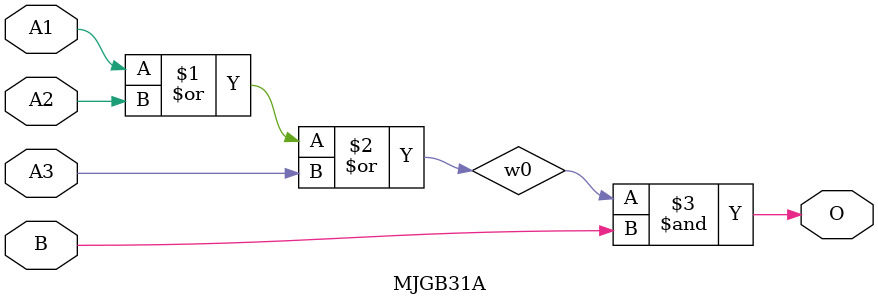
<source format=v>
module MJGB31A(A1, A2, A3, B, O);
input   A1;
input   A2;
input   A3;
input   B;
output  O;
or g0(w0, A1, A2, A3);
and g1(O, w0, B);
endmodule
</source>
